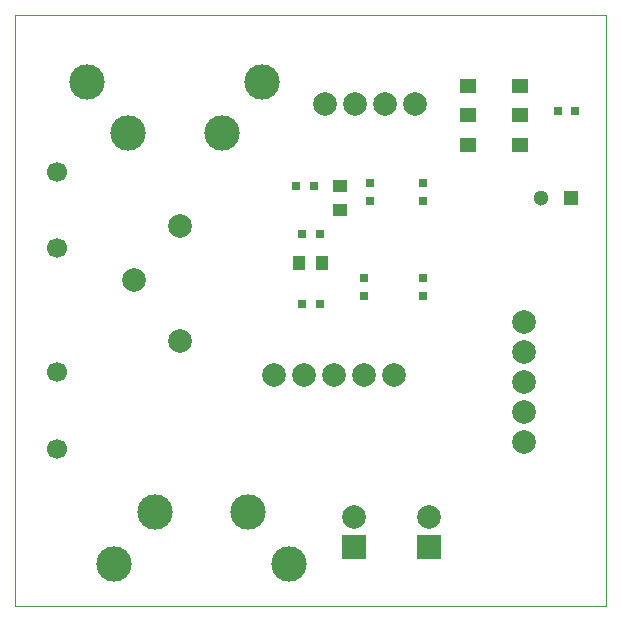
<source format=gbr>
G04 #@! TF.FileFunction,Soldermask,Top*
%FSLAX46Y46*%
G04 Gerber Fmt 4.6, Leading zero omitted, Abs format (unit mm)*
G04 Created by KiCad (PCBNEW (2015-07-11 BZR 5925, Git c291b88)-product) date 2015/08/03 22:31:36*
%MOMM*%
G01*
G04 APERTURE LIST*
%ADD10C,0.100000*%
%ADD11R,0.800000X0.750000*%
%ADD12R,1.300000X1.300000*%
%ADD13C,1.300000*%
%ADD14R,2.000000X2.000000*%
%ADD15C,2.000000*%
%ADD16C,3.000000*%
%ADD17R,0.750000X0.800000*%
%ADD18R,1.250000X1.000000*%
%ADD19R,1.000000X1.250000*%
%ADD20R,1.400000X1.200000*%
%ADD21C,1.700000*%
G04 APERTURE END LIST*
D10*
X100000000Y-100000000D02*
X150000000Y-100000000D01*
X150000000Y-50000000D02*
X100000000Y-50000000D01*
X145000000Y-50000000D02*
X144000000Y-50000000D01*
X150000000Y-50000000D02*
X150000000Y-100000000D01*
X100000000Y-50000000D02*
X100000000Y-100000000D01*
D11*
X145920000Y-58100000D03*
X147420000Y-58100000D03*
D12*
X147000000Y-65500000D03*
D13*
X144500000Y-65500000D03*
D14*
X135000000Y-95000000D03*
D15*
X135000000Y-92460000D03*
X126190000Y-57500000D03*
X128730000Y-57500000D03*
X131270000Y-57500000D03*
X133810000Y-57500000D03*
D16*
X109540000Y-60000000D03*
X117460000Y-60000000D03*
X120910000Y-55650000D03*
X106090000Y-55650000D03*
D15*
X121920000Y-80500000D03*
X124460000Y-80500000D03*
X127000000Y-80500000D03*
X129540000Y-80500000D03*
X132080000Y-80500000D03*
D11*
X124250000Y-74500000D03*
X125750000Y-74500000D03*
X124250000Y-68500000D03*
X125750000Y-68500000D03*
D17*
X129500000Y-73750000D03*
X129500000Y-72250000D03*
X134500000Y-73750000D03*
X134500000Y-72250000D03*
D18*
X127500000Y-64500000D03*
X127500000Y-66500000D03*
D11*
X123750000Y-64500000D03*
X125250000Y-64500000D03*
D17*
X134500000Y-64250000D03*
X134500000Y-65750000D03*
D19*
X124000000Y-71000000D03*
X126000000Y-71000000D03*
D17*
X130000000Y-64250000D03*
X130000000Y-65750000D03*
D15*
X143080000Y-86190000D03*
X143080000Y-83650000D03*
X143080000Y-81110000D03*
X143080000Y-78570000D03*
X143080000Y-76030000D03*
D20*
X138300000Y-58500000D03*
X138300000Y-56000000D03*
X138300000Y-61000000D03*
X142700000Y-58500000D03*
X142700000Y-61000000D03*
X142700000Y-56000000D03*
D15*
X110050000Y-72450000D03*
X113950000Y-77600000D03*
D14*
X128700000Y-95000000D03*
D15*
X128700000Y-92460000D03*
D16*
X119710000Y-92100000D03*
X111790000Y-92100000D03*
X108340000Y-96450000D03*
X123160000Y-96450000D03*
D21*
X103500000Y-80250000D03*
X103500000Y-86750000D03*
X103500000Y-69750000D03*
X103500000Y-63250000D03*
D15*
X113950000Y-67900000D03*
M02*

</source>
